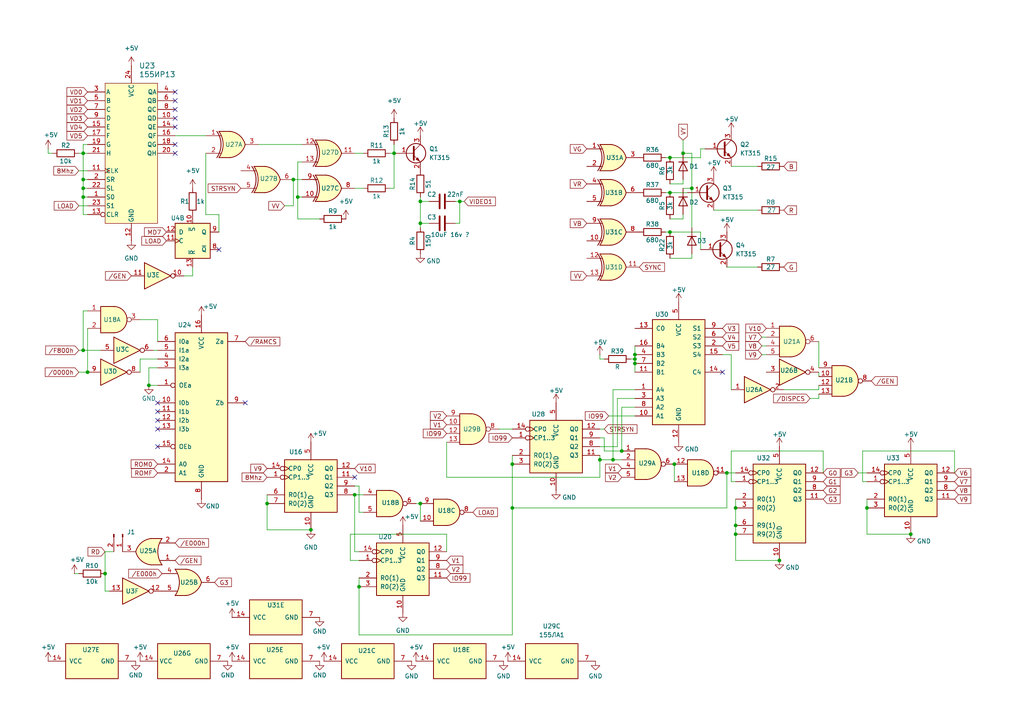
<source format=kicad_sch>
(kicad_sch (version 20231120) (generator "eeschema") (generator_version "8.0")
  (paper "A4")
  (title_block (title "UT88 display board") (date "2025-02-18") (rev "v3.0") (company "Eugene Chertikhin"))
  (junction (at 173.99 133.35))
  (junction (at 121.92 58.42))
  (junction (at 85.09 52.07))
  (junction (at 43.18 111.76))
  (junction (at 114.3 44.45))
  (junction (at 148.59 134.62))
  (junction (at 148.59 147.32))
  (junction (at 226.06 162.56))
  (junction (at 121.92 64.77))
  (junction (at 251.46 147.32))
  (junction (at 177.8 133.35))
  (junction (at 24.13 101.6))
  (junction (at 200.66 54.61))
  (junction (at 24.13 57.15))
  (junction (at 194.31 55.88))
  (junction (at 194.31 45.72))
  (junction (at 86.36 57.15))
  (junction (at 198.12 44.45))
  (junction (at 90.17 153.67))
  (junction (at 102.87 143.51))
  (junction (at 180.34 130.81))
  (junction (at 24.13 54.61))
  (junction (at 194.31 67.31))
  (junction (at 213.36 154.94))
  (junction (at 210.82 137.16))
  (junction (at 30.48 166.37))
  (junction (at 121.92 146.05))
  (junction (at 184.15 105.41))
  (junction (at 24.13 52.07))
  (junction (at 184.15 104.14))
  (junction (at 77.47 146.05))
  (junction (at 25.4 107.95))
  (junction (at 195.58 134.62))
  (junction (at 264.16 154.94))
  (junction (at 184.15 102.87))
  (junction (at 104.14 170.18))
  (junction (at 213.36 152.4))
  (junction (at 24.13 44.45))
  (junction (at 213.36 147.32))
  (junction (at 133.35 58.42))
  (no_connect (at 50.8 44.45))
  (no_connect (at 50.8 34.29))
  (no_connect (at 45.72 129.54))
  (no_connect (at 45.72 119.38))
  (no_connect (at 45.72 124.46))
  (no_connect (at 102.87 138.43))
  (no_connect (at 63.5 72.39))
  (no_connect (at 50.8 29.21))
  (no_connect (at 50.8 26.67))
  (no_connect (at 50.8 41.91))
  (no_connect (at 71.12 116.84))
  (no_connect (at 50.8 31.75))
  (no_connect (at 45.72 116.84))
  (no_connect (at 50.8 36.83))
  (no_connect (at 209.55 107.95))
  (no_connect (at 45.72 121.92))
  (wire (pts (xy 198.12 63.5) (xy 198.12 62.23)))
  (wire (pts (xy 105.41 148.59) (xy 104.14 148.59)))
  (wire (pts (xy 200.66 44.45) (xy 198.12 44.45)))
  (wire (pts (xy 213.36 137.16) (xy 210.82 137.16)))
  (wire (pts (xy 102.87 143.51) (xy 105.41 143.51)))
  (wire (pts (xy 173.99 102.87) (xy 173.99 104.14)))
  (wire (pts (xy 179.07 115.57) (xy 179.07 129.54)))
  (wire (pts (xy 212.09 102.87) (xy 212.09 113.03)))
  (wire (pts (xy 213.36 154.94) (xy 213.36 162.56)))
  (wire (pts (xy 184.15 104.14) (xy 184.15 105.41)))
  (wire (pts (xy 24.13 44.45) (xy 25.4 44.45)))
  (wire (pts (xy 121.92 58.42) (xy 124.46 58.42)))
  (wire (pts (xy 198.12 40.64) (xy 198.12 44.45)))
  (wire (pts (xy 30.48 160.02) (xy 30.48 166.37)))
  (wire (pts (xy 184.15 115.57) (xy 179.07 115.57)))
  (wire (pts (xy 200.66 74.93) (xy 200.66 73.66)))
  (wire (pts (xy 248.92 137.16) (xy 251.46 137.16)))
  (wire (pts (xy 63.5 62.23) (xy 63.5 67.31)))
  (wire (pts (xy 25.4 62.23) (xy 24.13 62.23)))
  (wire (pts (xy 101.6 162.56) (xy 101.6 154.94)))
  (wire (pts (xy 104.14 184.15) (xy 148.59 184.15)))
  (wire (pts (xy 55.88 77.47) (xy 55.88 80.01)))
  (wire (pts (xy 251.46 139.7) (xy 250.19 139.7)))
  (wire (pts (xy 203.2 43.18) (xy 203.2 45.72)))
  (wire (pts (xy 101.6 154.94) (xy 129.54 154.94)))
  (wire (pts (xy 59.69 44.45) (xy 59.69 62.23)))
  (wire (pts (xy 173.99 124.46) (xy 175.26 124.46)))
  (wire (pts (xy 25.4 52.07) (xy 24.13 52.07)))
  (wire (pts (xy 22.86 107.95) (xy 25.4 107.95)))
  (wire (pts (xy 220.98 100.33) (xy 222.25 100.33)))
  (wire (pts (xy 251.46 154.94) (xy 264.16 154.94)))
  (wire (pts (xy 193.04 55.88) (xy 194.31 55.88)))
  (wire (pts (xy 87.63 46.99) (xy 86.36 46.99)))
  (wire (pts (xy 87.63 41.91) (xy 74.93 41.91)))
  (wire (pts (xy 251.46 144.78) (xy 251.46 147.32)))
  (wire (pts (xy 104.14 170.18) (xy 104.14 184.15)))
  (wire (pts (xy 173.99 104.14) (xy 175.26 104.14)))
  (wire (pts (xy 180.34 118.11) (xy 180.34 130.81)))
  (wire (pts (xy 184.15 105.41) (xy 184.15 107.95)))
  (wire (pts (xy 250.19 139.7) (xy 250.19 130.81)))
  (wire (pts (xy 220.98 97.79) (xy 222.25 97.79)))
  (wire (pts (xy 193.04 45.72) (xy 194.31 45.72)))
  (wire (pts (xy 212.09 139.7) (xy 212.09 130.81)))
  (wire (pts (xy 24.13 101.6) (xy 29.21 101.6)))
  (wire (pts (xy 250.19 130.81) (xy 276.86 130.81)))
  (wire (pts (xy 43.18 111.76) (xy 45.72 111.76)))
  (wire (pts (xy 198.12 54.61) (xy 200.66 54.61)))
  (wire (pts (xy 193.04 67.31) (xy 194.31 67.31)))
  (wire (pts (xy 86.36 57.15) (xy 87.63 57.15)))
  (wire (pts (xy 238.76 130.81) (xy 238.76 137.16)))
  (wire (pts (xy 234.95 115.57) (xy 237.49 115.57)))
  (wire (pts (xy 237.49 99.06) (xy 237.49 106.68)))
  (wire (pts (xy 30.48 160.02) (xy 33.02 160.02)))
  (wire (pts (xy 276.86 130.81) (xy 276.86 137.16)))
  (wire (pts (xy 102.87 143.51) (xy 102.87 160.02)))
  (wire (pts (xy 133.35 58.42) (xy 134.62 58.42)))
  (wire (pts (xy 87.63 52.07) (xy 85.09 52.07)))
  (wire (pts (xy 24.13 57.15) (xy 24.13 54.61)))
  (wire (pts (xy 210.82 147.32) (xy 210.82 137.16)))
  (wire (pts (xy 22.86 59.69) (xy 25.4 59.69)))
  (wire (pts (xy 82.55 59.69) (xy 85.09 59.69)))
  (wire (pts (xy 77.47 143.51) (xy 77.47 146.05)))
  (wire (pts (xy 148.59 132.08) (xy 148.59 134.62)))
  (wire (pts (xy 43.18 106.68) (xy 43.18 111.76)))
  (wire (pts (xy 213.36 144.78) (xy 213.36 147.32)))
  (wire (pts (xy 25.4 90.17) (xy 24.13 90.17)))
  (wire (pts (xy 121.92 64.77) (xy 124.46 64.77)))
  (wire (pts (xy 59.69 62.23) (xy 63.5 62.23)))
  (wire (pts (xy 77.47 153.67) (xy 90.17 153.67)))
  (wire (pts (xy 219.71 48.26) (xy 212.09 48.26)))
  (wire (pts (xy 43.18 106.68) (xy 45.72 106.68)))
  (wire (pts (xy 184.15 118.11) (xy 180.34 118.11)))
  (wire (pts (xy 114.3 41.91) (xy 114.3 44.45)))
  (wire (pts (xy 212.09 130.81) (xy 238.76 130.81)))
  (wire (pts (xy 86.36 46.99) (xy 86.36 57.15)))
  (wire (pts (xy 30.48 171.45) (xy 30.48 166.37)))
  (wire (pts (xy 24.13 62.23) (xy 24.13 57.15)))
  (wire (pts (xy 194.31 53.34) (xy 198.12 53.34)))
  (wire (pts (xy 144.78 124.46) (xy 148.59 124.46)))
  (wire (pts (xy 173.99 133.35) (xy 173.99 132.08)))
  (wire (pts (xy 148.59 184.15) (xy 148.59 147.32)))
  (wire (pts (xy 104.14 167.64) (xy 104.14 170.18)))
  (wire (pts (xy 13.97 44.45) (xy 15.24 44.45)))
  (wire (pts (xy 104.14 148.59) (xy 104.14 140.97)))
  (wire (pts (xy 237.49 107.95) (xy 237.49 109.22)))
  (wire (pts (xy 179.07 129.54) (xy 173.99 129.54)))
  (wire (pts (xy 129.54 138.43) (xy 173.99 138.43)))
  (wire (pts (xy 182.88 104.14) (xy 184.15 104.14)))
  (wire (pts (xy 251.46 147.32) (xy 251.46 154.94)))
  (wire (pts (xy 13.97 43.18) (xy 13.97 44.45)))
  (wire (pts (xy 55.88 80.01) (xy 53.34 80.01)))
  (wire (pts (xy 173.99 133.35) (xy 177.8 133.35)))
  (wire (pts (xy 129.54 128.27) (xy 129.54 138.43)))
  (wire (pts (xy 194.31 63.5) (xy 198.12 63.5)))
  (wire (pts (xy 198.12 53.34) (xy 198.12 52.07)))
  (wire (pts (xy 148.59 147.32) (xy 210.82 147.32)))
  (wire (pts (xy 219.71 77.47) (xy 210.82 77.47)))
  (wire (pts (xy 227.33 113.03) (xy 237.49 113.03)))
  (wire (pts (xy 40.64 104.14) (xy 40.64 107.95)))
  (wire (pts (xy 219.71 60.96) (xy 207.01 60.96)))
  (wire (pts (xy 24.13 54.61) (xy 24.13 52.07)))
  (wire (pts (xy 104.14 160.02) (xy 102.87 160.02)))
  (wire (pts (xy 24.13 41.91) (xy 24.13 44.45)))
  (wire (pts (xy 25.4 57.15) (xy 24.13 57.15)))
  (wire (pts (xy 204.47 43.18) (xy 203.2 43.18)))
  (wire (pts (xy 50.8 39.37) (xy 59.69 39.37)))
  (wire (pts (xy 209.55 102.87) (xy 212.09 102.87)))
  (wire (pts (xy 213.36 139.7) (xy 212.09 139.7)))
  (wire (pts (xy 195.58 134.62) (xy 195.58 139.7)))
  (wire (pts (xy 22.86 44.45) (xy 24.13 44.45)))
  (wire (pts (xy 121.92 57.15) (xy 121.92 58.42)))
  (wire (pts (xy 44.45 101.6) (xy 45.72 101.6)))
  (wire (pts (xy 102.87 54.61) (xy 105.41 54.61)))
  (wire (pts (xy 200.66 54.61) (xy 200.66 44.45)))
  (wire (pts (xy 133.35 64.77) (xy 133.35 58.42)))
  (wire (pts (xy 213.36 162.56) (xy 226.06 162.56)))
  (wire (pts (xy 24.13 90.17) (xy 24.13 101.6)))
  (wire (pts (xy 104.14 140.97) (xy 102.87 140.97)))
  (wire (pts (xy 177.8 133.35) (xy 180.34 133.35)))
  (wire (pts (xy 129.54 154.94) (xy 129.54 160.02)))
  (wire (pts (xy 132.08 64.77) (xy 133.35 64.77)))
  (wire (pts (xy 175.26 127) (xy 175.26 130.81)))
  (wire (pts (xy 173.99 138.43) (xy 173.99 133.35)))
  (wire (pts (xy 220.98 102.87) (xy 222.25 102.87)))
  (wire (pts (xy 184.15 100.33) (xy 184.15 102.87)))
  (wire (pts (xy 86.36 63.5) (xy 86.36 57.15)))
  (wire (pts (xy 176.53 120.65) (xy 184.15 120.65)))
  (wire (pts (xy 177.8 113.03) (xy 177.8 133.35)))
  (wire (pts (xy 121.92 58.42) (xy 121.92 64.77)))
  (wire (pts (xy 213.36 152.4) (xy 213.36 154.94)))
  (wire (pts (xy 45.72 104.14) (xy 40.64 104.14)))
  (wire (pts (xy 203.2 45.72) (xy 194.31 45.72)))
  (wire (pts (xy 45.72 92.71) (xy 45.72 99.06)))
  (wire (pts (xy 175.26 130.81) (xy 180.34 130.81)))
  (wire (pts (xy 25.4 95.25) (xy 25.4 107.95)))
  (wire (pts (xy 184.15 113.03) (xy 177.8 113.03)))
  (wire (pts (xy 203.2 67.31) (xy 194.31 67.31)))
  (wire (pts (xy 121.92 64.77) (xy 121.92 66.04)))
  (wire (pts (xy 113.03 44.45) (xy 114.3 44.45)))
  (wire (pts (xy 25.4 41.91) (xy 24.13 41.91)))
  (wire (pts (xy 121.92 146.05) (xy 121.92 151.13)))
  (wire (pts (xy 77.47 146.05) (xy 77.47 153.67)))
  (wire (pts (xy 92.71 63.5) (xy 86.36 63.5)))
  (wire (pts (xy 237.49 115.57) (xy 237.49 114.3)))
  (wire (pts (xy 85.09 59.69) (xy 85.09 52.07)))
  (wire (pts (xy 173.99 127) (xy 175.26 127)))
  (wire (pts (xy 31.75 171.45) (xy 30.48 171.45)))
  (wire (pts (xy 114.3 44.45) (xy 114.3 54.61)))
  (wire (pts (xy 105.41 44.45) (xy 102.87 44.45)))
  (wire (pts (xy 113.03 54.61) (xy 114.3 54.61)))
  (wire (pts (xy 40.64 92.71) (xy 45.72 92.71)))
  (wire (pts (xy 194.31 74.93) (xy 200.66 74.93)))
  (wire (pts (xy 184.15 102.87) (xy 184.15 104.14)))
  (wire (pts (xy 21.59 166.37) (xy 22.86 166.37)))
  (wire (pts (xy 213.36 147.32) (xy 213.36 152.4)))
  (wire (pts (xy 132.08 58.42) (xy 133.35 58.42)))
  (wire (pts (xy 194.31 55.88) (xy 199.39 55.88)))
  (wire (pts (xy 148.59 134.62) (xy 148.59 147.32)))
  (wire (pts (xy 203.2 72.39) (xy 203.2 67.31)))
  (wire (pts (xy 104.14 162.56) (xy 101.6 162.56)))
  (wire (pts (xy 200.66 66.04) (xy 200.66 54.61)))
  (wire (pts (xy 25.4 54.61) (xy 24.13 54.61)))
  (wire (pts (xy 237.49 113.03) (xy 237.49 111.76)))
  (wire (pts (xy 121.92 146.05) (xy 120.65 146.05)))
  (wire (pts (xy 24.13 52.07) (xy 24.13 44.45)))
  (wire (pts (xy 22.86 101.6) (xy 24.13 101.6)))
  (wire (pts (xy 22.86 49.53) (xy 25.4 49.53)))
  (global_label "IO99" (shape input) (at 129.54 167.64 0) (property "Intersheetrefs" "${INTERSHEET_REFS}" (effects (hide yes))))
  (global_label "V4" (shape input) (at 209.55 97.79 0) (property "Intersheetrefs" "${INTERSHEET_REFS}" (effects (hide yes))))
  (global_label "VR" (shape input) (at 170.18 53.34 180) (property "Intersheetrefs" "${INTERSHEET_REFS}" (effects (hide yes))))
  (global_label "V8" (shape input) (at 276.86 142.24 0) (property "Intersheetrefs" "${INTERSHEET_REFS}" (effects (hide yes))))
  (global_label "VD1" (shape input) (at 25.4 29.21 180) (property "Intersheetrefs" "${INTERSHEET_REFS}" (effects (hide yes))))
  (global_label "VIDEO1" (shape input) (at 134.62 58.42 0) (property "Intersheetrefs" "${INTERSHEET_REFS}" (effects (hide yes))))
  (global_label "STRSYN" (shape input) (at 175.26 124.46 0) (property "Intersheetrefs" "${INTERSHEET_REFS}" (effects (hide yes))))
  (global_label "V2" (shape input) (at 180.34 138.43 180) (property "Intersheetrefs" "${INTERSHEET_REFS}" (effects (hide yes))))
  (global_label "G0" (shape input) (at 238.76 137.16 0) (property "Intersheetrefs" "${INTERSHEET_REFS}" (effects (hide yes))))
  (global_label "VD5" (shape input) (at 25.4 39.37 180) (property "Intersheetrefs" "${INTERSHEET_REFS}" (effects (hide yes))))
  (global_label "SYNC" (shape input) (at 185.42 77.47 0) (property "Intersheetrefs" "${INTERSHEET_REFS}" (effects (hide yes))))
  (global_label "V7" (shape input) (at 220.98 97.79 180) (property "Intersheetrefs" "${INTERSHEET_REFS}" (effects (hide yes))))
  (global_label "V2" (shape input) (at 129.54 120.65 180) (property "Intersheetrefs" "${INTERSHEET_REFS}" (effects (hide yes))))
  (global_label "G1" (shape input) (at 238.76 139.7 0) (property "Intersheetrefs" "${INTERSHEET_REFS}" (effects (hide yes))))
  (global_label "ROMF" (shape input) (at 45.72 137.16 180) (property "Intersheetrefs" "${INTERSHEET_REFS}" (effects (hide yes))))
  (global_label "RD" (shape input) (at 30.48 160.02 180) (property "Intersheetrefs" "${INTERSHEET_REFS}" (effects (hide yes))))
  (global_label "VB" (shape input) (at 170.18 64.77 180) (property "Intersheetrefs" "${INTERSHEET_REFS}" (effects (hide yes))))
  (global_label "V2" (shape input) (at 129.54 165.1 0) (property "Intersheetrefs" "${INTERSHEET_REFS}" (effects (hide yes))))
  (global_label "V7" (shape input) (at 276.86 139.7 0) (property "Intersheetrefs" "${INTERSHEET_REFS}" (effects (hide yes))))
  (global_label "V9" (shape input) (at 220.98 102.87 180) (property "Intersheetrefs" "${INTERSHEET_REFS}" (effects (hide yes))))
  (global_label "G3" (shape input) (at 248.92 137.16 180) (property "Intersheetrefs" "${INTERSHEET_REFS}" (effects (hide yes))))
  (global_label "VD3" (shape input) (at 25.4 34.29 180) (property "Intersheetrefs" "${INTERSHEET_REFS}" (effects (hide yes))))
  (global_label "VG" (shape input) (at 170.18 43.18 180) (property "Intersheetrefs" "${INTERSHEET_REFS}" (effects (hide yes))))
  (global_label "LOAD" (shape input) (at 137.16 148.59 0) (property "Intersheetrefs" "${INTERSHEET_REFS}" (effects (hide yes))))
  (global_label "V10" (shape input) (at 222.25 95.25 180) (property "Intersheetrefs" "${INTERSHEET_REFS}" (effects (hide yes))))
  (global_label "V1" (shape input) (at 129.54 123.19 180) (property "Intersheetrefs" "${INTERSHEET_REFS}" (effects (hide yes))))
  (global_label "VV" (shape input) (at 170.18 80.01 180) (property "Intersheetrefs" "${INTERSHEET_REFS}" (effects (hide yes))))
  (global_label "G3" (shape input) (at 238.76 144.78 0) (property "Intersheetrefs" "${INTERSHEET_REFS}" (effects (hide yes))))
  (global_label "VD2" (shape input) (at 25.4 31.75 180) (property "Intersheetrefs" "${INTERSHEET_REFS}" (effects (hide yes))))
  (global_label "V5" (shape input) (at 209.55 100.33 0) (property "Intersheetrefs" "${INTERSHEET_REFS}" (effects (hide yes))))
  (global_label "{slash}F800h" (shape input) (at 22.86 101.6 180) (property "Intersheetrefs" "${INTERSHEET_REFS}" (effects (hide yes))))
  (global_label "{slash}DISPCS" (shape input) (at 234.95 115.57 180) (property "Intersheetrefs" "${INTERSHEET_REFS}" (effects (hide yes))))
  (global_label "IO99" (shape input) (at 148.59 127 180) (property "Intersheetrefs" "${INTERSHEET_REFS}" (effects (hide yes))))
  (global_label "VV" (shape input) (at 82.55 59.69 180) (property "Intersheetrefs" "${INTERSHEET_REFS}" (effects (hide yes))))
  (global_label "B" (shape input) (at 227.33 48.26 0) (property "Intersheetrefs" "${INTERSHEET_REFS}" (effects (hide yes))))
  (global_label "MD7" (shape input) (at 48.26 67.31 180) (property "Intersheetrefs" "${INTERSHEET_REFS}" (effects (hide yes))))
  (global_label "{slash}GEN" (shape input) (at 38.1 80.01 180) (property "Intersheetrefs" "${INTERSHEET_REFS}" (effects (hide yes))))
  (global_label "V9" (shape input) (at 276.86 144.78 0) (property "Intersheetrefs" "${INTERSHEET_REFS}" (effects (hide yes))))
  (global_label "V9" (shape input) (at 77.47 135.89 180) (property "Intersheetrefs" "${INTERSHEET_REFS}" (effects (hide yes))))
  (global_label "R" (shape input) (at 227.33 60.96 0) (property "Intersheetrefs" "${INTERSHEET_REFS}" (effects (hide yes))))
  (global_label "V1" (shape input) (at 129.54 162.56 0) (property "Intersheetrefs" "${INTERSHEET_REFS}" (effects (hide yes))))
  (global_label "G" (shape input) (at 227.33 77.47 0) (property "Intersheetrefs" "${INTERSHEET_REFS}" (effects (hide yes))))
  (global_label "{slash}E000h" (shape input) (at 46.99 166.37 180) (property "Intersheetrefs" "${INTERSHEET_REFS}" (effects (hide yes))))
  (global_label "IO99" (shape input) (at 176.53 120.65 180) (property "Intersheetrefs" "${INTERSHEET_REFS}" (effects (hide yes))))
  (global_label "VY" (shape input) (at 198.12 40.64 90) (property "Intersheetrefs" "${INTERSHEET_REFS}" (effects (hide yes))))
  (global_label "STRSYN" (shape input) (at 69.85 54.61 180) (property "Intersheetrefs" "${INTERSHEET_REFS}" (effects (hide yes))))
  (global_label "G2" (shape input) (at 238.76 142.24 0) (property "Intersheetrefs" "${INTERSHEET_REFS}" (effects (hide yes))))
  (global_label "G3" (shape input) (at 62.23 168.91 0) (property "Intersheetrefs" "${INTERSHEET_REFS}" (effects (hide yes))))
  (global_label "{slash}GEN" (shape input) (at 50.8 162.56 0) (property "Intersheetrefs" "${INTERSHEET_REFS}" (effects (hide yes))))
  (global_label "{slash}E000h" (shape input) (at 50.8 157.48 0) (property "Intersheetrefs" "${INTERSHEET_REFS}" (effects (hide yes))))
  (global_label "LOAD" (shape input) (at 22.86 59.69 180) (property "Intersheetrefs" "${INTERSHEET_REFS}" (effects (hide yes))))
  (global_label "VD4" (shape input) (at 25.4 36.83 180) (property "Intersheetrefs" "${INTERSHEET_REFS}" (effects (hide yes))))
  (global_label "V3" (shape input) (at 209.55 95.25 0) (property "Intersheetrefs" "${INTERSHEET_REFS}" (effects (hide yes))))
  (global_label "IO99" (shape input) (at 129.54 125.73 180) (property "Intersheetrefs" "${INTERSHEET_REFS}" (effects (hide yes))))
  (global_label "V1" (shape input) (at 180.34 135.89 180) (property "Intersheetrefs" "${INTERSHEET_REFS}" (effects (hide yes))))
  (global_label "{slash}0000h" (shape input) (at 22.86 107.95 180) (property "Intersheetrefs" "${INTERSHEET_REFS}" (effects (hide yes))))
  (global_label "{slash}RAMCS" (shape input) (at 71.12 99.06 0) (property "Intersheetrefs" "${INTERSHEET_REFS}" (effects (hide yes))))
  (global_label "V10" (shape input) (at 102.87 135.89 0) (property "Intersheetrefs" "${INTERSHEET_REFS}" (effects (hide yes))))
  (global_label "{slash}GEN" (shape input) (at 252.73 110.49 0) (property "Intersheetrefs" "${INTERSHEET_REFS}" (effects (hide yes))))
  (global_label "8Mhz" (shape input) (at 22.86 49.53 180) (property "Intersheetrefs" "${INTERSHEET_REFS}" (effects (hide yes))))
  (global_label "V8" (shape input) (at 220.98 100.33 180) (property "Intersheetrefs" "${INTERSHEET_REFS}" (effects (hide yes))))
  (global_label "V6" (shape input) (at 276.86 137.16 0) (property "Intersheetrefs" "${INTERSHEET_REFS}" (effects (hide yes))))
  (global_label "VD0" (shape input) (at 25.4 26.67 180) (property "Intersheetrefs" "${INTERSHEET_REFS}" (effects (hide yes))))
  (global_label "ROM0" (shape input) (at 45.72 134.62 180) (property "Intersheetrefs" "${INTERSHEET_REFS}" (effects (hide yes))))
  (global_label "8Mhz" (shape input) (at 77.47 138.43 180) (property "Intersheetrefs" "${INTERSHEET_REFS}" (effects (hide yes))))
  (global_label "LOAD" (shape input) (at 48.26 69.85 180) (property "Intersheetrefs" "${INTERSHEET_REFS}" (effects (hide yes))))
  (symbol (lib_id "74xx:74LS86") (at 77.47 52.07 0) (unit 2)
    (property "Reference" "U27" (at 77.978 51.816 0))
    (property "Value" "155ЛП5" (effects (hide yes)))
    (property "Datasheet" "74xx/74ls86.pdf" (effects (hide yes)))
    (property "Description" "Quad 2-input XOR" (effects (hide yes)))
    (property "Analogs" "7486" (effects (hide yes)))
  )
  (symbol (lib_id "power:+5V") (at 121.92 39.37 0) (unit 1)
    (property "Reference" "#PWR068" (effects (hide yes)))
    (property "Value" "+5V" (at 121.92 35.814 0))
    (property "Description" "Power symbol creates a global label with name \"+5V\"" (effects (hide yes)))
  )
  (symbol (lib_id "Transistor_BJT:2N3055") (at 209.55 43.18 0) (unit 1)
    (property "Reference" "Q2" (at 214.63 41.9099 0) (effects (justify left)))
    (property "Value" "КТ315" (at 214.63 44.4499 0) (effects (justify left)))
    (property "Footprint" "Package_TO_SOT_THT:TO-3P-3_Vertical" (effects (hide yes)))
  )
  (symbol (lib_id "74xx:74LS86") (at 95.25 54.61 0) (unit 3)
    (property "Reference" "U27" (at 95.758 54.61 0))
    (property "Value" "155ЛП5" (effects (hide yes)))
    (property "Datasheet" "74xx/74ls86.pdf" (effects (hide yes)))
    (property "Description" "Quad 2-input XOR" (effects (hide yes)))
    (property "Analogs" "7486" (effects (hide yes)))
  )
  (symbol (lib_id "74xx:74LS00") (at 129.54 148.59 0) (unit 3)
    (property "Reference" "U18" (at 129.54 148.082 0))
    (property "Value" "155ЛА3" (effects (hide yes)))
    (property "Description" "quad 2-input NAND gate" (effects (hide yes)))
    (property "Analogs" "7400" (effects (hide yes)))
  )
  (symbol (lib_id "power:GND") (at 121.92 73.66 0) (unit 1)
    (property "Reference" "#PWR069" (effects (hide yes)))
    (property "Value" "GND" (at 125.73 75.692 0))
    (property "Description" "Power symbol creates a global label with name \"GND\" , ground" (effects (hide yes)))
  )
  (symbol (lib_id "Device:C") (at 128.27 64.77 270) (unit 1)
    (property "Reference" "C3" (at 125.222 62.992 90))
    (property "Value" "10uF 16v ?" (at 130.556 68.072 90))
    (property "Footprint" "Capacitor_THT:C_Axial_L3.8mm_D2.6mm_P7.50mm_Horizontal" (effects (hide yes)))
    (property "Description" "Unpolarized capacitor" (effects (hide yes)))
  )
  (symbol (lib_id "power:+5V") (at 67.31 191.77 0) (unit 1)
    (property "Reference" "#PWR059" (effects (hide yes)))
    (property "Value" "+5V" (at 67.31 187.706 0))
    (property "Description" "Power symbol creates a global label with name \"+5V\"" (effects (hide yes)))
  )
  (symbol (lib_id "Device:R") (at 223.52 48.26 90) (unit 1)
    (property "Reference" "R15" (at 223.52 45.974 90))
    (property "Value" "27" (at 223.52 48.514 90))
    (property "Footprint" "Resistor_THT:R_Axial_DIN0204_L3.6mm_D1.6mm_P5.08mm_Horizontal" (effects (hide yes)))
    (property "Description" "Resistor" (effects (hide yes)))
  )
  (symbol (lib_id "74xx:74LS93") (at 161.29 129.54 0) (unit 1)
    (property "Reference" "U28" (at 154.178 120.142 0) (effects (justify left)))
    (property "Value" "155ИЕ5" (effects (hide yes)))
    (property "Description" "Divide by 2 & 8 counter" (effects (hide yes)))
    (property "Analogs" "7493" (effects (hide yes)))
  )
  (symbol (lib_id "74xx:74LS86") (at 177.8 55.88 0) (unit 2)
    (property "Reference" "U31" (at 178.054 55.88 0))
    (property "Value" "155ЛП5" (effects (hide yes)))
    (property "Description" "Quad 2-input XOR" (effects (hide yes)))
    (property "Analogs" "7486" (effects (hide yes)))
  )
  (symbol (lib_id "power:+5V") (at 173.99 102.87 0) (unit 1)
    (property "Reference" "#PWR084" (effects (hide yes)))
    (property "Value" "+5V" (at 173.99 99.314 0))
    (property "Description" "Power symbol creates a global label with name \"+5V\"" (effects (hide yes)))
  )
  (symbol (lib_id "Device:D") (at 198.12 58.42 270) (unit 1)
    (property "Reference" "D2" (at 199.898 58.674 90) (effects (justify left)))
    (property "Value" "D" (effects (hide yes)))
    (property "Footprint" "Diode_THT:D_5KPW_P12.70mm_Horizontal" (effects (hide yes)))
    (property "Description" "Diode" (effects (hide yes)))
    (property "Sim.Device" "D" (effects (hide yes)))
    (property "Sim.Pins" "1=K 2=A" (effects (hide yes)))
  )
  (symbol (lib_id "74xx:74LS32") (at 54.61 168.91 0) (unit 2)
    (property "Reference" "U25" (at 54.864 168.91 0))
    (property "Value" "155ЛЛ1" (effects (hide yes)))
    (property "Description" "Quad 2-input OR" (effects (hide yes)))
    (property "Analogs" "7432" (effects (hide yes)))
  )
  (symbol (lib_id "power:GND") (at 146.05 191.77 0) (unit 1)
    (property "Reference" "#PWR058" (effects (hide yes)))
    (property "Value" "GND" (at 146.05 196.088 0))
    (property "Description" "Power symbol creates a global label with name \"GND\" , ground" (effects (hide yes)))
  )
  (symbol (lib_id "power:+5V") (at 212.09 38.1 0) (unit 1)
    (property "Reference" "#PWR089" (effects (hide yes)))
    (property "Value" "+5V" (at 212.09 34.544 0))
    (property "Description" "Power symbol creates a global label with name \"+5V\"" (effects (hide yes)))
  )
  (symbol (lib_id "74xx:74LS04") (at 33.02 107.95 0) (unit 4)
    (property "Reference" "U3" (at 32.004 107.696 0))
    (property "Value" "155ЛН1" (effects (hide yes)))
    (property "Description" "Hex Inverter" (effects (hide yes)))
    (property "Analogs" "7404" (effects (hide yes)))
  )
  (symbol (lib_id "74xx:74LS86") (at 26.67 191.77 90) (unit 5)
    (property "Reference" "U27" (at 26.416 188.468 90))
    (property "Value" "155ЛП5" (effects (hide yes)))
    (property "Datasheet" "74xx/74ls86.pdf" (effects (hide yes)))
    (property "Description" "Quad 2-input XOR" (effects (hide yes)))
    (property "Analogs" "7486" (effects (hide yes)))
  )
  (symbol (lib_id "Device:R") (at 189.23 55.88 90) (unit 1)
    (property "Reference" "R37" (at 189.23 53.594 90))
    (property "Value" "680" (at 189.23 58.166 90))
    (property "Footprint" "Resistor_THT:R_Axial_DIN0204_L3.6mm_D1.6mm_P5.08mm_Horizontal" (effects (hide yes)))
    (property "Description" "Resistor" (effects (hide yes)))
  )
  (symbol (lib_id "74xx:74LS92") (at 90.17 140.97 0) (unit 1)
    (property "Reference" "U16" (at 83.82 131.064 0) (effects (justify left)))
    (property "Value" "155ИЕ4" (effects (hide yes)))
    (property "Description" "Divide by 12 counter" (effects (hide yes)))
    (property "Analogs" "7492" (effects (hide yes)))
  )
  (symbol (lib_id "74xx:74LS00") (at 203.2 137.16 0) (unit 4)
    (property "Reference" "U18" (at 203.2 137.16 0))
    (property "Value" "155ЛА3" (effects (hide yes)))
    (property "Description" "quad 2-input NAND gate" (effects (hide yes)))
    (property "Analogs" "7400" (effects (hide yes)))
  )
  (symbol (lib_id "74xx:74LS04") (at 336.55 -13.97 0) (unit 3)
    (property "Reference" "U26" (at 335.788 -13.97 0))
    (property "Value" "155ЛН1" (effects (hide yes)))
    (property "Description" "Hex Inverter" (effects (hide yes)))
    (property "Analogs" "7404" (effects (hide yes)))
  )
  (symbol (lib_id "74xx:74LS20") (at 137.16 124.46 0) (unit 2)
    (property "Reference" "U29" (at 136.906 124.46 0))
    (property "Value" "155ЛА1" (effects (hide yes)))
    (property "Description" "Dual 4-input NAND" (effects (hide yes)))
    (property "Analogs" "7420" (effects (hide yes)))
  )
  (symbol (lib_id "74xx:74LS86") (at 177.8 45.72 0) (unit 1)
    (property "Reference" "U31" (at 178.308 45.72 0))
    (property "Value" "155ЛП5" (effects (hide yes)))
    (property "Description" "Quad 2-input XOR" (effects (hide yes)))
    (property "Analogs" "7486" (effects (hide yes)))
  )
  (symbol (lib_id "power:GND") (at 92.71 179.07 0) (unit 1)
    (property "Reference" "#PWR087" (effects (hide yes)))
    (property "Value" "GND" (at 92.71 183.134 0))
    (property "Description" "Power symbol creates a global label with name \"GND\" , ground" (effects (hide yes)))
  )
  (symbol (lib_id "74xx:74LS04") (at 45.72 80.01 0) (unit 5)
    (property "Reference" "U3" (at 44.45 79.756 0))
    (property "Value" "155ЛН1" (effects (hide yes)))
    (property "Description" "Hex Inverter" (effects (hide yes)))
    (property "Analogs" "7404" (effects (hide yes)))
  )
  (symbol (lib_id "power:GND") (at 90.17 153.67 0) (unit 1)
    (property "Reference" "#PWR043" (effects (hide yes)))
    (property "Value" "GND" (at 90.17 158.75 0))
    (property "Description" "Power symbol creates a global label with name \"GND\" , ground" (effects (hide yes)))
  )
  (symbol (lib_id "Device:R") (at 26.67 166.37 90) (unit 1)
    (property "Reference" "R10" (at 26.67 164.084 90))
    (property "Value" "10k" (at 26.67 168.656 90))
    (property "Footprint" "Resistor_THT:R_Axial_DIN0204_L3.6mm_D1.6mm_P5.08mm_Horizontal" (effects (hide yes)))
    (property "Description" "Resistor" (effects (hide yes)))
  )
  (symbol (lib_id "74xx:74LS20") (at 106.68 191.77 90) (unit 3)
    (property "Reference" "U21" (at 106.426 188.722 90))
    (property "Value" "155ЛА1" (effects (hide yes)))
    (property "Description" "Dual 4-input NAND" (effects (hide yes)))
    (property "Analogs" "7420" (effects (hide yes)))
  )
  (symbol (lib_id "power:+5V") (at 116.84 152.4 0) (unit 1)
    (property "Reference" "#PWR049" (effects (hide yes)))
    (property "Value" "+5V" (at 119.38 149.86 0))
    (property "Description" "Power symbol creates a global label with name \"+5V\"" (effects (hide yes)))
  )
  (symbol (lib_id "power:+5V") (at 207.01 50.8 0) (unit 1)
    (property "Reference" "#PWR090" (effects (hide yes)))
    (property "Value" "+5V" (at 207.01 47.244 0))
    (property "Description" "Power symbol creates a global label with name \"+5V\"" (effects (hide yes)))
  )
  (symbol (lib_id "power:GND") (at 43.18 111.76 0) (unit 1)
    (property "Reference" "#PWR036" (effects (hide yes)))
    (property "Value" "GND" (at 43.18 115.57 0))
    (property "Description" "Power symbol creates a global label with name \"GND\" , ground" (effects (hide yes)))
  )
  (symbol (lib_id "74xx:74LS04") (at 336.55 5.08 0) (unit 5)
    (property "Reference" "U26" (at 335.534 4.826 0))
    (property "Value" "155ЛН1" (effects (hide yes)))
    (property "Description" "Hex Inverter" (effects (hide yes)))
    (property "Analogs" "7404" (effects (hide yes)))
  )
  (symbol (lib_id "74xx:74LS04") (at 336.55 -3.81 0) (unit 4)
    (property "Reference" "U26" (at 335.534 -3.81 0))
    (property "Value" "155ЛН1" (effects (hide yes)))
    (property "Description" "Hex Inverter" (effects (hide yes)))
    (property "Analogs" "7404" (effects (hide yes)))
  )
  (symbol (lib_id "74xx:74LS32") (at 336.55 25.4 180) (unit 3)
    (property "Reference" "U25" (at 336.296 25.4 0))
    (property "Value" "155ЛЛ1" (effects (hide yes)))
    (property "Description" "Quad 2-input OR" (effects (hide yes)))
    (property "Analogs" "7432" (effects (hide yes)))
  )
  (symbol (lib_id "74xx:74LS32") (at 336.55 35.56 180) (unit 4)
    (property "Reference" "U25" (at 336.296 35.306 0))
    (property "Value" "155ЛЛ1" (effects (hide yes)))
    (property "Description" "Quad 2-input OR" (effects (hide yes)))
    (property "Analogs" "7432" (effects (hide yes)))
  )
  (symbol (lib_id "power:+5V") (at 90.17 128.27 0) (unit 1)
    (property "Reference" "#PWR042" (effects (hide yes)))
    (property "Value" "+5V" (at 92.71 125.73 0))
    (property "Description" "Power symbol creates a global label with name \"+5V\"" (effects (hide yes)))
  )
  (symbol (lib_id "power:GND") (at 66.04 191.77 0) (unit 1)
    (property "Reference" "#PWR063" (effects (hide yes)))
    (property "Value" "GND" (at 66.04 195.834 0))
    (property "Description" "Power symbol creates a global label with name \"GND\" , ground" (effects (hide yes)))
  )
  (symbol (lib_id "74xx:74LS04") (at 53.34 191.77 90) (unit 7)
    (property "Reference" "U26" (at 52.832 189.484 90))
    (property "Value" "155ЛН1" (effects (hide yes)))
    (property "Description" "Hex Inverter" (effects (hide yes)))
    (property "Analogs" "7404" (effects (hide yes)))
  )
  (symbol (lib_id "Device:R") (at 194.31 59.69 180) (unit 1)
    (property "Reference" "R5" (at 192.024 59.69 90))
    (property "Value" "3k" (at 194.31 59.69 90))
    (property "Footprint" "Resistor_THT:R_Axial_DIN0204_L3.6mm_D1.6mm_P5.08mm_Horizontal" (effects (hide yes)))
    (property "Description" "Resistor" (effects (hide yes)))
  )
  (symbol (lib_id "74xx:74LS00") (at 133.35 191.77 90) (unit 5)
    (property "Reference" "U18" (at 133.858 188.468 90))
    (property "Value" "155ЛА3" (effects (hide yes)))
    (property "Description" "quad 2-input NAND gate" (effects (hide yes)))
    (property "Analogs" "7400" (effects (hide yes)))
  )
  (symbol (lib_id "power:GND") (at 264.16 154.94 0) (unit 1)
    (property "Reference" "#PWR079" (effects (hide yes)))
    (property "Value" "GND" (at 267.97 156.972 0))
    (property "Description" "Power symbol creates a global label with name \"GND\" , ground" (effects (hide yes)))
  )
  (symbol (lib_id "74xx:74LS90") (at 226.06 144.78 0) (unit 1)
    (property "Reference" "U32" (at 219.456 132.842 0) (effects (justify left)))
    (property "Value" "155ИЕ2" (effects (hide yes)))
    (property "Datasheet" "http://www.ti.com/lit/gpn/sn74LS90" (effects (hide yes)))
    (property "Description" "BCD Counter ( div 2 & div 5 )" (effects (hide yes)))
    (property "Analogs" "7490" (effects (hide yes)))
  )
  (symbol (lib_id "Device:R") (at 121.92 69.85 180) (unit 1)
    (property "Reference" "R4" (at 119.634 69.85 90))
    (property "Value" "150" (at 124.206 69.85 90))
    (property "Footprint" "Resistor_THT:R_Axial_DIN0204_L3.6mm_D1.6mm_P5.08mm_Horizontal" (effects (hide yes)))
    (property "Description" "Resistor" (effects (hide yes)))
  )
  (symbol (lib_id "power:+5V") (at 93.98 191.77 0) (unit 1)
    (property "Reference" "#PWR060" (effects (hide yes)))
    (property "Value" "+5V" (at 93.726 187.706 0))
    (property "Description" "Power symbol creates a global label with name \"+5V\"" (effects (hide yes)))
  )
  (symbol (lib_id "Device:R") (at 121.92 53.34 180) (unit 1)
    (property "Reference" "R14" (at 119.634 53.34 90))
    (property "Value" "51" (at 124.206 53.34 90))
    (property "Footprint" "Resistor_THT:R_Axial_DIN0204_L3.6mm_D1.6mm_P5.08mm_Horizontal" (effects (hide yes)))
    (property "Description" "Resistor" (effects (hide yes)))
  )
  (symbol (lib_id "74xx:74LS20") (at 229.87 99.06 0) (unit 1)
    (property "Reference" "U21" (at 229.616 99.06 0))
    (property "Value" "155ЛА1" (effects (hide yes)))
    (property "Description" "Dual 4-input NAND" (effects (hide yes)))
    (property "Analogs" "7420" (effects (hide yes)))
  )
  (symbol (lib_id "power:GND") (at 38.1 69.85 0) (unit 1)
    (property "Reference" "#PWR054" (effects (hide yes)))
    (property "Value" "GND" (at 38.1 74.93 0))
    (property "Description" "Power symbol creates a global label with name \"GND\" , ground" (effects (hide yes)))
  )
  (symbol (lib_id "power:+5V") (at 114.3 34.29 0) (unit 1)
    (property "Reference" "#PWR067" (effects (hide yes)))
    (property "Value" "+5V" (at 114.3 29.21 0))
    (property "Description" "Power symbol creates a global label with name \"+5V\"" (effects (hide yes)))
  )
  (symbol (lib_id "power:+5V") (at 226.06 129.54 0) (unit 1)
    (property "Reference" "#PWR076" (effects (hide yes)))
    (property "Value" "+5V" (at 226.06 125.984 0))
    (property "Description" "Power symbol creates a global label with name \"+5V\"" (effects (hide yes)))
  )
  (symbol (lib_id "power:GND") (at 226.06 162.56 0) (unit 1)
    (property "Reference" "#PWR078" (effects (hide yes)))
    (property "Value" "GND" (at 229.87 164.592 0))
    (property "Description" "Power symbol creates a global label with name \"GND\" , ground" (effects (hide yes)))
  )
  (symbol (lib_id "74xx:74LS93") (at 264.16 142.24 0) (unit 1)
    (property "Reference" "U33" (at 257.048 132.842 0) (effects (justify left)))
    (property "Value" "155ИЕ5" (effects (hide yes)))
    (property "Description" "Divide by 2 & 8 counter" (effects (hide yes)))
    (property "Analogs" "7493" (effects (hide yes)))
  )
  (symbol (lib_id "74xx:74LS86") (at 177.8 67.31 0) (unit 3)
    (property "Reference" "U31" (at 178.054 67.31 0))
    (property "Value" "155ЛП5" (effects (hide yes)))
    (property "Description" "Quad 2-input XOR" (effects (hide yes)))
    (property "Analogs" "7486" (effects (hide yes)))
  )
  (symbol (lib_id "power:+5V") (at 13.97 191.77 0) (unit 1)
    (property "Reference" "#PWR064" (effects (hide yes)))
    (property "Value" "+5V" (at 13.97 187.706 0))
    (property "Description" "Power symbol creates a global label with name \"+5V\"" (effects (hide yes)))
  )
  (symbol (lib_id "power:GND") (at 92.71 191.77 0) (unit 1)
    (property "Reference" "#PWR056" (effects (hide yes)))
    (property "Value" "GND" (at 92.71 195.834 0))
    (property "Description" "Power symbol creates a global label with name \"GND\" , ground" (effects (hide yes)))
  )
  (symbol (lib_id "power:GND") (at 196.85 128.27 0) (unit 1)
    (property "Reference" "#PWR082" (effects (hide yes)))
    (property "Value" "GND" (at 200.66 130.302 0))
    (property "Description" "Power symbol creates a global label with name \"GND\" , ground" (effects (hide yes)))
  )
  (symbol (lib_id "74xx:74LS20") (at 160.02 191.77 90) (unit 3)
    (property "Reference" "U29" (at 160.02 181.61 90))
    (property "Value" "155ЛА1" (at 160.02 184.15 90))
    (property "Description" "Dual 4-input NAND" (effects (hide yes)))
    (property "Analogs" "7420" (effects (hide yes)))
  )
  (symbol (lib_id "power:GND") (at 161.29 142.24 0) (unit 1)
    (property "Reference" "#PWR085" (effects (hide yes)))
    (property "Value" "GND" (at 165.1 144.272 0))
    (property "Description" "Power symbol creates a global label with name \"GND\" , ground" (effects (hide yes)))
  )
  (symbol (lib_id "74xx:74LS253") (at 58.42 116.84 0) (unit 1)
    (property "Reference" "U24" (at 51.562 94.234 0) (effects (justify left)))
    (property "Value" "155КП12" (effects (hide yes)))
    (property "Description" "Dual Multiplexer 4 to 1, 3-State Outputs" (effects (hide yes)))
    (property "Analogs" "74253" (effects (hide yes)))
  )
  (symbol (lib_id "Device:R") (at 96.52 63.5 90) (unit 1)
    (property "Reference" "R9" (at 96.52 61.214 90))
    (property "Value" "1k" (at 96.52 65.786 90))
    (property "Footprint" "Resistor_THT:R_Axial_DIN0204_L3.6mm_D1.6mm_P5.08mm_Horizontal" (effects (hide yes)))
    (property "Description" "Resistor" (effects (hide yes)))
  )
  (symbol (lib_id "74xx:74LS00") (at 113.03 146.05 0) (unit 2)
    (property "Reference" "U18" (at 113.284 145.796 0))
    (property "Value" "155ЛА3" (effects (hide yes)))
    (property "Description" "quad 2-input NAND gate" (effects (hide yes)))
    (property "Analogs" "7400" (effects (hide yes)))
  )
  (symbol (lib_id "Transistor_BJT:2N3055") (at 208.28 72.39 0) (unit 1)
    (property "Reference" "Q4" (at 213.36 71.1199 0) (effects (justify left)))
    (property "Value" "КТ315" (at 213.36 73.6599 0) (effects (justify left)))
    (property "Footprint" "Package_TO_SOT_THT:TO-3P-3_Vertical" (effects (hide yes)))
  )
  (symbol (lib_id "Device:R") (at 109.22 54.61 90) (unit 1)
    (property "Reference" "R12" (at 109.22 52.324 90))
    (property "Value" "1k" (at 109.22 56.896 90))
    (property "Footprint" "Resistor_THT:R_Axial_DIN0204_L3.6mm_D1.6mm_P5.08mm_Horizontal" (effects (hide yes)))
    (property "Description" "Resistor" (effects (hide yes)))
  )
  (symbol (lib_id "Device:R") (at 223.52 60.96 90) (unit 1)
    (property "Reference" "R8" (at 223.52 58.674 90))
    (property "Value" "27" (at 223.774 60.96 90))
    (property "Footprint" "Resistor_THT:R_Axial_DIN0204_L3.6mm_D1.6mm_P5.08mm_Horizontal" (effects (hide yes)))
    (property "Description" "Resistor" (effects (hide yes)))
  )
  (symbol (lib_id "74xx:74LS04") (at 36.83 101.6 0) (unit 3)
    (property "Reference" "U3" (at 35.56 101.346 0))
    (property "Value" "155ЛН1" (effects (hide yes)))
    (property "Description" "Hex Inverter" (effects (hide yes)))
    (property "Analogs" "7404" (effects (hide yes)))
  )
  (symbol (lib_id "power:+5V") (at 120.65 191.77 0) (unit 1)
    (property "Reference" "#PWR061" (effects (hide yes)))
    (property "Value" "+5V" (at 120.65 187.706 0))
    (property "Description" "Power symbol creates a global label with name \"+5V\"" (effects (hide yes)))
  )
  (symbol (lib_id "74xx:74LS04") (at 219.71 113.03 0) (unit 1)
    (property "Reference" "U26" (at 218.694 113.03 0))
    (property "Value" "155ЛН1" (effects (hide yes)))
    (property "Description" "Hex Inverter" (effects (hide yes)))
    (property "Analogs" "7404" (effects (hide yes)))
  )
  (symbol (lib_id "Device:R") (at 194.31 49.53 180) (unit 1)
    (property "Reference" "R6" (at 192.024 49.53 90))
    (property "Value" "3k" (at 194.31 49.276 90))
    (property "Footprint" "Resistor_THT:R_Axial_DIN0204_L3.6mm_D1.6mm_P5.08mm_Horizontal" (effects (hide yes)))
    (property "Description" "Resistor" (effects (hide yes)))
  )
  (symbol (lib_id "power:+5V") (at 13.97 43.18 0) (unit 1)
    (property "Reference" "#PWR055" (effects (hide yes)))
    (property "Value" "+5V" (at 14.732 39.116 0))
    (property "Description" "Power symbol creates a global label with name \"+5V\"" (effects (hide yes)))
  )
  (symbol (lib_id "74xx:74LS00") (at 33.02 92.71 0) (unit 1)
    (property "Reference" "U18" (at 32.512 92.71 0))
    (property "Value" "155ЛА3" (effects (hide yes)))
    (property "Description" "quad 2-input NAND gate" (effects (hide yes)))
    (property "Analogs" "7400" (effects (hide yes)))
  )
  (symbol (lib_id "power:GND") (at 58.42 144.78 0) (unit 1)
    (property "Reference" "#PWR038" (effects (hide yes)))
    (property "Value" "GND" (at 61.722 146.812 0))
    (property "Description" "Power symbol creates a global label with name \"GND\" , ground" (effects (hide yes)))
  )
  (symbol (lib_id "power:+5V") (at 40.64 191.77 0) (unit 1)
    (property "Reference" "#PWR062" (effects (hide yes)))
    (property "Value" "+5V" (at 40.64 187.706 0))
    (property "Description" "Power symbol creates a global label with name \"+5V\"" (effects (hide yes)))
  )
  (symbol (lib_id "power:+5V") (at 147.32 191.77 0) (unit 1)
    (property "Reference" "#PWR081" (effects (hide yes)))
    (property "Value" "+5V" (at 147.32 187.706 0))
    (property "Description" "Power symbol creates a global label with name \"+5V\"" (effects (hide yes)))
  )
  (symbol (lib_id "Device:D") (at 200.66 69.85 270) (unit 1)
    (property "Reference" "D3" (at 202.184 69.85 90) (effects (justify left)))
    (property "Value" "D" (effects (hide yes)))
    (property "Footprint" "Diode_THT:D_5KPW_P12.70mm_Horizontal" (effects (hide yes)))
    (property "Description" "Diode" (effects (hide yes)))
    (property "Sim.Device" "D" (effects (hide yes)))
    (property "Sim.Pins" "1=K 2=A" (effects (hide yes)))
  )
  (symbol (lib_id "power:+5V") (at 67.31 179.07 0) (unit 1)
    (property "Reference" "#PWR088" (effects (hide yes)))
    (property "Value" "+5V" (at 67.31 175.006 0))
    (property "Description" "Power symbol creates a global label with name \"+5V\"" (effects (hide yes)))
  )
  (symbol (lib_id "Device:C") (at 128.27 58.42 270) (unit 1)
    (property "Reference" "C2" (at 125.222 56.388 90))
    (property "Value" "22nF" (at 132.08 56.388 90))
    (property "Footprint" "Capacitor_THT:C_Axial_L3.8mm_D2.6mm_P7.50mm_Horizontal" (effects (hide yes)))
    (property "Description" "Unpolarized capacitor" (effects (hide yes)))
  )
  (symbol (lib_id "Device:R") (at 223.52 77.47 90) (unit 1)
    (property "Reference" "R7" (at 223.52 75.184 90))
    (property "Value" "27" (at 223.52 77.47 90))
    (property "Footprint" "Resistor_THT:R_Axial_DIN0204_L3.6mm_D1.6mm_P5.08mm_Horizontal" (effects (hide yes)))
    (property "Description" "Resistor" (effects (hide yes)))
  )
  (symbol (lib_id "74xx:74LS86") (at 177.8 77.47 0) (unit 4)
    (property "Reference" "U31" (at 178.054 77.47 0))
    (property "Value" "155ЛП5" (effects (hide yes)))
    (property "Description" "Quad 2-input XOR" (effects (hide yes)))
    (property "Analogs" "7486" (effects (hide yes)))
  )
  (symbol (lib_id "74xx:74LS04") (at 39.37 171.45 0) (unit 6)
    (property "Reference" "U3" (at 38.354 171.45 0))
    (property "Value" "155ЛН1" (effects (hide yes)))
    (property "Description" "Hex Inverter" (effects (hide yes)))
    (property "Analogs" "7404" (effects (hide yes)))
  )
  (symbol (lib_id "power:GND") (at 119.38 191.77 0) (unit 1)
    (property "Reference" "#PWR057" (effects (hide yes)))
    (property "Value" "GND" (at 119.38 196.088 0))
    (property "Description" "Power symbol creates a global label with name \"GND\" , ground" (effects (hide yes)))
  )
  (symbol (lib_id "power:+5V") (at 161.29 116.84 0) (unit 1)
    (property "Reference" "#PWR086" (effects (hide yes)))
    (property "Value" "+5V" (at 161.29 113.284 0))
    (property "Description" "Power symbol creates a global label with name \"+5V\"" (effects (hide yes)))
  )
  (symbol (lib_id "74xx:74LS74") (at 55.88 69.85 0) (unit 2)
    (property "Reference" "U4" (at 49.53 63.246 0) (effects (justify left)))
    (property "Value" "155ТМ2" (effects (hide yes)))
    (property "Description" "Dual D Flip-flop, Set & Reset" (effects (hide yes)))
    (property "Analogs" "7474" (effects (hide yes)))
  )
  (symbol (lib_id "Device:D") (at 198.12 48.26 270) (unit 1)
    (property "Reference" "D1" (at 199.898 48.26 90) (effects (justify left)))
    (property "Value" "D" (effects (hide yes)))
    (property "Footprint" "Diode_THT:D_5KPW_P12.70mm_Horizontal" (effects (hide yes)))
    (property "Description" "Diode" (effects (hide yes)))
    (property "Sim.Device" "D" (effects (hide yes)))
    (property "Sim.Pins" "1=K 2=A" (effects (hide yes)))
  )
  (symbol (lib_id "74xx:74LS32") (at 80.01 191.77 90) (unit 5)
    (property "Reference" "U25" (at 79.756 188.468 90))
    (property "Value" "155ЛЛ1" (effects (hide yes)))
    (property "Description" "Quad 2-input OR" (effects (hide yes)))
    (property "Analogs" "7432" (effects (hide yes)))
  )
  (symbol (lib_id "Device:R") (at 179.07 104.14 90) (unit 1)
    (property "Reference" "R39" (at 179.07 101.854 90))
    (property "Value" "R" (at 179.07 106.426 90))
    (property "Footprint" "Resistor_THT:R_Axial_DIN0204_L3.6mm_D1.6mm_P5.08mm_Horizontal" (effects (hide yes)))
    (property "Description" "Resistor" (effects (hide yes)))
  )
  (symbol (lib_id "74xx:74LS20") (at 245.11 110.49 0) (unit 2)
    (property "Reference" "U21" (at 244.856 110.236 0))
    (property "Value" "155ЛА1" (effects (hide yes)))
    (property "Description" "Dual 4-input NAND" (effects (hide yes)))
    (property "Analogs" "7420" (effects (hide yes)))
  )
  (symbol (lib_id "74xx:74LS04") (at 229.87 107.95 0) (unit 2)
    (property "Reference" "U26" (at 228.854 107.442 0))
    (property "Value" "155ЛН1" (effects (hide yes)))
    (property "Description" "Hex Inverter" (effects (hide yes)))
    (property "Analogs" "7404" (effects (hide yes)))
  )
  (symbol (lib_id "74xx:74LS32") (at 43.18 160.02 180) (unit 1)
    (property "Reference" "U25" (at 42.926 159.766 0))
    (property "Value" "155ЛЛ1" (effects (hide yes)))
    (property "Description" "Quad 2-input OR" (effects (hide yes)))
    (property "Analogs" "7432" (effects (hide yes)))
  )
  (symbol (lib_id "power:+5V") (at 100.33 63.5 0) (unit 1)
    (property "Reference" "#PWR066" (effects (hide yes)))
    (property "Value" "+5V" (at 100.33 58.42 0))
    (property "Description" "Power symbol creates a global label with name \"+5V\"" (effects (hide yes)))
  )
  (symbol (lib_id "74xx:74LS86") (at 80.01 179.07 90) (unit 5)
    (property "Reference" "U31" (at 80.01 175.514 90))
    (property "Value" "155ЛП5" (effects (hide yes)))
    (property "Description" "Quad 2-input XOR" (effects (hide yes)))
    (property "Analogs" "7486" (effects (hide yes)))
  )
  (symbol (lib_id "power:+5V") (at 196.85 87.63 0) (unit 1)
    (property "Reference" "#PWR083" (effects (hide yes)))
    (property "Value" "+5V" (at 196.85 84.074 0))
    (property "Description" "Power symbol creates a global label with name \"+5V\"" (effects (hide yes)))
  )
  (symbol (lib_id "74xx:74LS86") (at 95.25 44.45 0) (unit 4)
    (property "Reference" "U27" (at 95.758 44.196 0))
    (property "Value" "155ЛП5" (effects (hide yes)))
    (property "Datasheet" "74xx/74ls86.pdf" (effects (hide yes)))
    (property "Description" "Quad 2-input XOR" (effects (hide yes)))
    (property "Analogs" "7486" (effects (hide yes)))
  )
  (symbol (lib_id "Device:R") (at 189.23 45.72 90) (unit 1)
    (property "Reference" "R36" (at 189.23 43.434 90))
    (property "Value" "680" (at 189.23 48.006 90))
    (property "Footprint" "Resistor_THT:R_Axial_DIN0204_L3.6mm_D1.6mm_P5.08mm_Horizontal" (effects (hide yes)))
    (property "Description" "Resistor" (effects (hide yes)))
  )
  (symbol (lib_id "74xx:74LS86") (at 67.31 41.91 0) (unit 1)
    (property "Reference" "U27" (at 67.818 41.91 0))
    (property "Value" "155ЛП5" (effects (hide yes)))
    (property "Datasheet" "74xx/74ls86.pdf" (effects (hide yes)))
    (property "Description" "Quad 2-input XOR" (effects (hide yes)))
    (property "Analogs" "7486" (effects (hide yes)))
  )
  (symbol (lib_id "Device:R") (at 55.88 58.42 180) (unit 1)
    (property "Reference" "R1" (at 53.594 58.42 0))
    (property "Value" "1k" (at 58.166 58.42 0))
    (property "Footprint" "Resistor_THT:R_Axial_DIN0204_L3.6mm_D1.6mm_P5.08mm_Horizontal" (effects (hide yes)))
    (property "Description" "Resistor" (effects (hide yes)))
  )
  (symbol (lib_id "74xx:74LS93") (at 116.84 165.1 0) (unit 1)
    (property "Reference" "U20" (at 109.728 155.702 0) (effects (justify left)))
    (property "Value" "155ИЕ5" (effects (hide yes)))
    (property "Description" "Divide by 2 & 8 counter" (effects (hide yes)))
    (property "Analogs" "7493" (effects (hide yes)))
  )
  (symbol (lib_id "Transistor_BJT:2N3055") (at 204.47 55.88 0) (unit 1)
    (property "Reference" "Q3" (at 209.55 54.6099 0) (effects (justify left)))
    (property "Value" "КТ315" (at 209.55 57.1499 0) (effects (justify left)))
    (property "Footprint" "Package_TO_SOT_THT:TO-3P-3_Vertical" (effects (hide yes)))
  )
  (symbol (lib_id "74xx:74LS04") (at 336.55 13.97 0) (unit 6)
    (property "Reference" "U26" (at 335.534 13.716 0))
    (property "Value" "155ЛН1" (effects (hide yes)))
    (property "Description" "Hex Inverter" (effects (hide yes)))
    (property "Analogs" "7404" (effects (hide yes)))
  )
  (symbol (lib_id "74xx:74LS20") (at 187.96 134.62 0) (unit 1)
    (property "Reference" "U29" (at 187.706 134.366 0))
    (property "Value" "155ЛА1" (effects (hide yes)))
    (property "Description" "Dual 4-input NAND" (effects (hide yes)))
    (property "Analogs" "7420" (effects (hide yes)))
  )
  (symbol (lib_id "power:+5V") (at 58.42 91.44 0) (unit 1)
    (property "Reference" "#PWR037" (effects (hide yes)))
    (property "Value" "+5V" (at 60.96 88.9 0))
    (property "Description" "Power symbol creates a global label with name \"+5V\"" (effects (hide yes)))
  )
  (symbol (lib_id "power:GND") (at 116.84 177.8 0) (unit 1)
    (property "Reference" "#PWR048" (effects (hide yes)))
    (property "Value" "GND" (at 116.84 182.88 0))
    (property "Description" "Power symbol creates a global label with name \"GND\" , ground" (effects (hide yes)))
  )
  (symbol (lib_id "Connector:Conn_01x02_Pin") (at 35.56 154.94 270) (unit 1)
    (property "Reference" "J1" (at 36.83 154.3049 90) (effects (justify left)))
    (property "Value" "Conn_01x02_Pin" (effects (hide yes)))
    (property "Footprint" "Connector_Wire:SolderWire-1.5sqmm_1x02_P7.8mm_D1.7mm_OD3.9mm" (effects (hide yes)))
    (property "Description" "Generic connector, single row, 01x02, script generated" (effects (hide yes)))
  )
  (symbol (lib_id "power:GND") (at 172.72 191.77 0) (unit 1)
    (property "Reference" "#PWR080" (effects (hide yes)))
    (property "Value" "GND" (at 172.72 196.088 0))
    (property "Description" "Power symbol creates a global label with name \"GND\" , ground" (effects (hide yes)))
  )
  (symbol (lib_id "74xx:74LS83") (at 196.85 107.95 0) (unit 1)
    (property "Reference" "U30" (at 189.992 91.186 0) (effects (justify left)))
    (property "Value" "155ИМ3" (effects (hide yes)))
    (property "Description" "4-bit Full Adder" (effects (hide yes)))
    (property "Analogs" "7483" (effects (hide yes)))
  )
  (symbol (lib_id "power:+5V") (at 21.59 166.37 0) (unit 1)
    (property "Reference" "#PWR051" (effects (hide yes)))
    (property "Value" "+5V" (at 22.352 162.306 0))
    (property "Description" "Power symbol creates a global label with name \"+5V\"" (effects (hide yes)))
  )
  (symbol (lib_id "Device:R") (at 109.22 44.45 90) (unit 1)
    (property "Reference" "R11" (at 109.22 42.164 90))
    (property "Value" "1k" (at 109.22 46.736 90))
    (property "Footprint" "Resistor_THT:R_Axial_DIN0204_L3.6mm_D1.6mm_P5.08mm_Horizontal" (effects (hide yes)))
    (property "Description" "Resistor" (effects (hide yes)))
  )
  (symbol (lib_id "power:+5V") (at 55.88 54.61 0) (unit 1)
    (property "Reference" "#PWR052" (effects (hide yes)))
    (property "Value" "+5V" (at 55.88 49.53 0))
    (property "Description" "Power symbol creates a global label with name \"+5V\"" (effects (hide yes)))
  )
  (symbol (lib_id "Device:R") (at 19.05 44.45 90) (unit 1)
    (property "Reference" "R2" (at 19.05 42.164 90))
    (property "Value" "10k" (at 19.05 46.736 90))
    (property "Footprint" "Resistor_THT:R_Axial_DIN0204_L3.6mm_D1.6mm_P5.08mm_Horizontal" (effects (hide yes)))
    (property "Description" "Resistor" (effects (hide yes)))
  )
  (symbol (lib_id "power:GND") (at 39.37 191.77 0) (unit 1)
    (property "Reference" "#PWR065" (effects (hide yes)))
    (property "Value" "GND" (at 39.37 195.834 0))
    (property "Description" "Power symbol creates a global label with name \"GND\" , ground" (effects (hide yes)))
  )
  (symbol (lib_id "power:+5V") (at 38.1 19.05 0) (unit 1)
    (property "Reference" "#PWR053" (effects (hide yes)))
    (property "Value" "+5V" (at 38.1 13.97 0))
    (property "Description" "Power symbol creates a global label with name \"+5V\"" (effects (hide yes)))
  )
  (symbol (lib_id "power:+5V") (at 210.82 67.31 0) (unit 1)
    (property "Reference" "#PWR091" (effects (hide yes)))
    (property "Value" "+5V" (at 210.82 63.754 0))
    (property "Description" "Power symbol creates a global label with name \"+5V\"" (effects (hide yes)))
  )
  (symbol (lib_id "Device:R") (at 189.23 67.31 90) (unit 1)
    (property "Reference" "R38" (at 189.23 65.024 90))
    (property "Value" "680" (at 189.23 69.596 90))
    (property "Footprint" "Resistor_THT:R_Axial_DIN0204_L3.6mm_D1.6mm_P5.08mm_Horizontal" (effects (hide yes)))
    (property "Description" "Resistor" (effects (hide yes)))
  )
  (symbol (lib_id "User:74198") (at 38.1 44.45 0) (unit 1)
    (property "Reference" "U23" (at 40.2941 19.05 0) (effects (font (size 1.524 1.524)) (justify left)))
    (property "Value" "155ИР13" (at 40.2941 21.59 0) (effects (font (size 1.524 1.524)) (justify left)))
    (property "Description" "8-bit Shift Register" (effects (hide yes)))
    (property "Analogs" "74198" (effects (hide yes)))
  )
  (symbol (lib_id "Device:R") (at 194.31 71.12 180) (unit 1)
    (property "Reference" "R22" (at 192.024 71.12 90))
    (property "Value" "3k" (at 194.31 71.12 90))
    (property "Footprint" "Resistor_THT:R_Axial_DIN0204_L3.6mm_D1.6mm_P5.08mm_Horizontal" (effects (hide yes)))
    (property "Description" "Resistor" (effects (hide yes)))
  )
  (symbol (lib_id "power:+5V") (at 264.16 129.54 0) (unit 1)
    (property "Reference" "#PWR077" (effects (hide yes)))
    (property "Value" "+5V" (at 264.16 125.984 0))
    (property "Description" "Power symbol creates a global label with name \"+5V\"" (effects (hide yes)))
  )
  (symbol (lib_id "Transistor_BJT:2N3055") (at 119.38 44.45 0) (unit 1)
    (property "Reference" "Q1" (at 124.46 43.1799 0) (effects (justify left)))
    (property "Value" "КТ315" (at 124.46 45.7199 0) (effects (justify left)))
    (property "Footprint" "Package_TO_SOT_THT:TO-3P-3_Vertical" (effects (hide yes)))
  )
  (symbol (lib_id "Device:R") (at 114.3 38.1 180) (unit 1)
    (property "Reference" "R13" (at 112.014 38.1 90))
    (property "Value" "1k" (at 116.586 38.1 90))
    (property "Footprint" "Resistor_THT:R_Axial_DIN0204_L3.6mm_D1.6mm_P5.08mm_Horizontal" (effects (hide yes)))
    (property "Description" "Resistor" (effects (hide yes)))
  )
)
</source>
